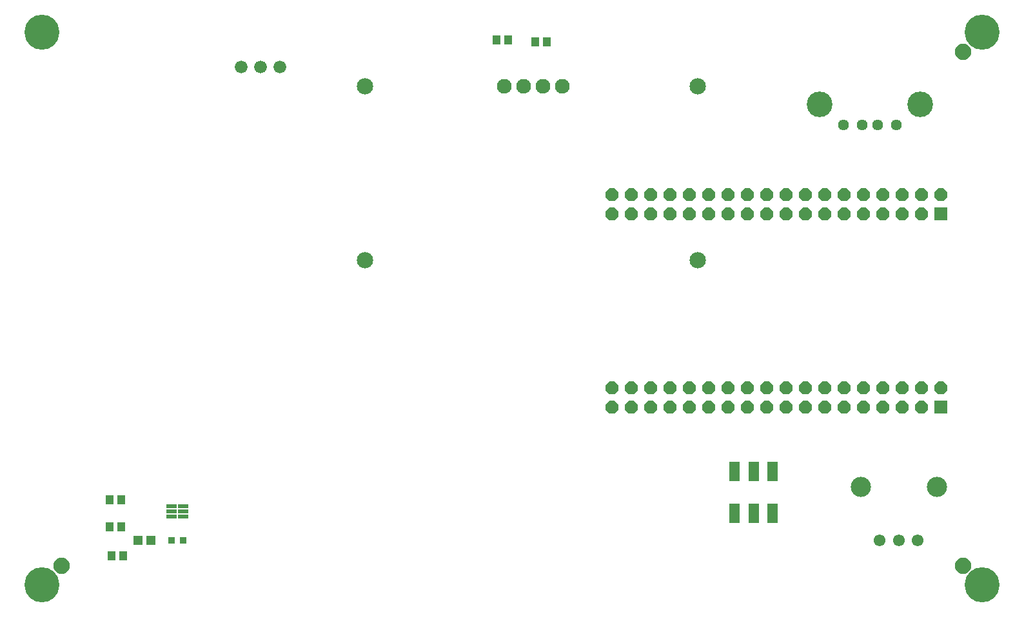
<source format=gbr>
G04 EAGLE Gerber RS-274X export*
G75*
%MOMM*%
%FSLAX34Y34*%
%LPD*%
%INSoldermask Top*%
%IPPOS*%
%AMOC8*
5,1,8,0,0,1.08239X$1,22.5*%
G01*
%ADD10C,2.152400*%
%ADD11C,1.930400*%
%ADD12R,1.676400X1.676400*%
%ADD13P,1.814519X8X202.500000*%
%ADD14C,1.676400*%
%ADD15R,1.452400X0.552400*%
%ADD16R,0.952400X0.952400*%
%ADD17C,1.552400*%
%ADD18C,2.652400*%
%ADD19R,1.102359X1.183641*%
%ADD20R,1.252400X1.152400*%
%ADD21R,1.352400X2.652400*%
%ADD22C,1.440400*%
%ADD23C,3.372400*%
%ADD24C,0.609600*%
%ADD25C,1.168400*%
%ADD26C,4.597400*%


D10*
X505460Y711200D03*
X505460Y482600D03*
X942340Y711200D03*
X942340Y482600D03*
D11*
X688340Y711200D03*
X713740Y711200D03*
X739140Y711200D03*
X764540Y711200D03*
D12*
X1261700Y289300D03*
D13*
X1261700Y314700D03*
X1236300Y289300D03*
X1236300Y314700D03*
X1210900Y289300D03*
X1210900Y314700D03*
X1185500Y289300D03*
X1185500Y314700D03*
X1160100Y289300D03*
X1160100Y314700D03*
X1134700Y289300D03*
X1134700Y314700D03*
X1109300Y289300D03*
X1109300Y314700D03*
X1083900Y289300D03*
X1083900Y314700D03*
X1058500Y289300D03*
X1058500Y314700D03*
X1033100Y289300D03*
X1033100Y314700D03*
X1007700Y289300D03*
X1007700Y314700D03*
X982300Y289300D03*
X982300Y314700D03*
X956900Y289300D03*
X956900Y314700D03*
X931500Y289300D03*
X931500Y314700D03*
X906100Y289300D03*
X906100Y314700D03*
X880700Y289300D03*
X880700Y314700D03*
X855300Y289300D03*
X855300Y314700D03*
X829900Y289300D03*
X829900Y314700D03*
D12*
X1261700Y543300D03*
D13*
X1261700Y568700D03*
X1236300Y543300D03*
X1236300Y568700D03*
X1210900Y543300D03*
X1210900Y568700D03*
X1185500Y543300D03*
X1185500Y568700D03*
X1160100Y543300D03*
X1160100Y568700D03*
X1134700Y543300D03*
X1134700Y568700D03*
X1109300Y543300D03*
X1109300Y568700D03*
X1083900Y543300D03*
X1083900Y568700D03*
X1058500Y543300D03*
X1058500Y568700D03*
X1033100Y543300D03*
X1033100Y568700D03*
X1007700Y543300D03*
X1007700Y568700D03*
X982300Y543300D03*
X982300Y568700D03*
X956900Y543300D03*
X956900Y568700D03*
X931500Y543300D03*
X931500Y568700D03*
X906100Y543300D03*
X906100Y568700D03*
X880700Y543300D03*
X880700Y568700D03*
X855300Y543300D03*
X855300Y568700D03*
X829900Y543300D03*
X829900Y568700D03*
D14*
X342900Y736600D03*
X368300Y736600D03*
X393700Y736600D03*
D15*
X251080Y152400D03*
X267080Y145900D03*
X267080Y158900D03*
X267080Y152400D03*
X251080Y158900D03*
X251080Y145900D03*
D16*
X266580Y114300D03*
X251580Y114300D03*
D17*
X1181500Y114300D03*
X1206500Y114300D03*
X1231500Y114300D03*
D18*
X1156500Y184300D03*
X1256500Y184300D03*
D19*
X185801Y132080D03*
X169799Y132080D03*
X185801Y167640D03*
X169799Y167640D03*
X172339Y93980D03*
X188341Y93980D03*
D20*
X207400Y114300D03*
X224400Y114300D03*
D21*
X991000Y150300D03*
X1016000Y150300D03*
X1041000Y150300D03*
X991000Y205300D03*
X1016000Y205300D03*
X1041000Y205300D03*
D19*
X728599Y769620D03*
X744601Y769620D03*
X677799Y772160D03*
X693801Y772160D03*
D22*
X1203400Y660400D03*
X1133400Y660400D03*
X1158400Y660400D03*
X1178400Y660400D03*
D23*
X1102700Y687500D03*
X1234100Y687500D03*
D24*
X99060Y81280D02*
X99062Y81467D01*
X99069Y81654D01*
X99081Y81841D01*
X99097Y82027D01*
X99117Y82213D01*
X99142Y82398D01*
X99172Y82583D01*
X99206Y82767D01*
X99245Y82950D01*
X99288Y83132D01*
X99336Y83312D01*
X99388Y83492D01*
X99445Y83670D01*
X99505Y83847D01*
X99571Y84022D01*
X99640Y84196D01*
X99714Y84368D01*
X99792Y84538D01*
X99874Y84706D01*
X99960Y84872D01*
X100050Y85036D01*
X100144Y85197D01*
X100242Y85357D01*
X100344Y85513D01*
X100450Y85668D01*
X100560Y85819D01*
X100673Y85968D01*
X100790Y86114D01*
X100910Y86257D01*
X101034Y86397D01*
X101161Y86534D01*
X101292Y86668D01*
X101426Y86799D01*
X101563Y86926D01*
X101703Y87050D01*
X101846Y87170D01*
X101992Y87287D01*
X102141Y87400D01*
X102292Y87510D01*
X102447Y87616D01*
X102603Y87718D01*
X102763Y87816D01*
X102924Y87910D01*
X103088Y88000D01*
X103254Y88086D01*
X103422Y88168D01*
X103592Y88246D01*
X103764Y88320D01*
X103938Y88389D01*
X104113Y88455D01*
X104290Y88515D01*
X104468Y88572D01*
X104648Y88624D01*
X104828Y88672D01*
X105010Y88715D01*
X105193Y88754D01*
X105377Y88788D01*
X105562Y88818D01*
X105747Y88843D01*
X105933Y88863D01*
X106119Y88879D01*
X106306Y88891D01*
X106493Y88898D01*
X106680Y88900D01*
X106867Y88898D01*
X107054Y88891D01*
X107241Y88879D01*
X107427Y88863D01*
X107613Y88843D01*
X107798Y88818D01*
X107983Y88788D01*
X108167Y88754D01*
X108350Y88715D01*
X108532Y88672D01*
X108712Y88624D01*
X108892Y88572D01*
X109070Y88515D01*
X109247Y88455D01*
X109422Y88389D01*
X109596Y88320D01*
X109768Y88246D01*
X109938Y88168D01*
X110106Y88086D01*
X110272Y88000D01*
X110436Y87910D01*
X110597Y87816D01*
X110757Y87718D01*
X110913Y87616D01*
X111068Y87510D01*
X111219Y87400D01*
X111368Y87287D01*
X111514Y87170D01*
X111657Y87050D01*
X111797Y86926D01*
X111934Y86799D01*
X112068Y86668D01*
X112199Y86534D01*
X112326Y86397D01*
X112450Y86257D01*
X112570Y86114D01*
X112687Y85968D01*
X112800Y85819D01*
X112910Y85668D01*
X113016Y85513D01*
X113118Y85357D01*
X113216Y85197D01*
X113310Y85036D01*
X113400Y84872D01*
X113486Y84706D01*
X113568Y84538D01*
X113646Y84368D01*
X113720Y84196D01*
X113789Y84022D01*
X113855Y83847D01*
X113915Y83670D01*
X113972Y83492D01*
X114024Y83312D01*
X114072Y83132D01*
X114115Y82950D01*
X114154Y82767D01*
X114188Y82583D01*
X114218Y82398D01*
X114243Y82213D01*
X114263Y82027D01*
X114279Y81841D01*
X114291Y81654D01*
X114298Y81467D01*
X114300Y81280D01*
X114298Y81093D01*
X114291Y80906D01*
X114279Y80719D01*
X114263Y80533D01*
X114243Y80347D01*
X114218Y80162D01*
X114188Y79977D01*
X114154Y79793D01*
X114115Y79610D01*
X114072Y79428D01*
X114024Y79248D01*
X113972Y79068D01*
X113915Y78890D01*
X113855Y78713D01*
X113789Y78538D01*
X113720Y78364D01*
X113646Y78192D01*
X113568Y78022D01*
X113486Y77854D01*
X113400Y77688D01*
X113310Y77524D01*
X113216Y77363D01*
X113118Y77203D01*
X113016Y77047D01*
X112910Y76892D01*
X112800Y76741D01*
X112687Y76592D01*
X112570Y76446D01*
X112450Y76303D01*
X112326Y76163D01*
X112199Y76026D01*
X112068Y75892D01*
X111934Y75761D01*
X111797Y75634D01*
X111657Y75510D01*
X111514Y75390D01*
X111368Y75273D01*
X111219Y75160D01*
X111068Y75050D01*
X110913Y74944D01*
X110757Y74842D01*
X110597Y74744D01*
X110436Y74650D01*
X110272Y74560D01*
X110106Y74474D01*
X109938Y74392D01*
X109768Y74314D01*
X109596Y74240D01*
X109422Y74171D01*
X109247Y74105D01*
X109070Y74045D01*
X108892Y73988D01*
X108712Y73936D01*
X108532Y73888D01*
X108350Y73845D01*
X108167Y73806D01*
X107983Y73772D01*
X107798Y73742D01*
X107613Y73717D01*
X107427Y73697D01*
X107241Y73681D01*
X107054Y73669D01*
X106867Y73662D01*
X106680Y73660D01*
X106493Y73662D01*
X106306Y73669D01*
X106119Y73681D01*
X105933Y73697D01*
X105747Y73717D01*
X105562Y73742D01*
X105377Y73772D01*
X105193Y73806D01*
X105010Y73845D01*
X104828Y73888D01*
X104648Y73936D01*
X104468Y73988D01*
X104290Y74045D01*
X104113Y74105D01*
X103938Y74171D01*
X103764Y74240D01*
X103592Y74314D01*
X103422Y74392D01*
X103254Y74474D01*
X103088Y74560D01*
X102924Y74650D01*
X102763Y74744D01*
X102603Y74842D01*
X102447Y74944D01*
X102292Y75050D01*
X102141Y75160D01*
X101992Y75273D01*
X101846Y75390D01*
X101703Y75510D01*
X101563Y75634D01*
X101426Y75761D01*
X101292Y75892D01*
X101161Y76026D01*
X101034Y76163D01*
X100910Y76303D01*
X100790Y76446D01*
X100673Y76592D01*
X100560Y76741D01*
X100450Y76892D01*
X100344Y77047D01*
X100242Y77203D01*
X100144Y77363D01*
X100050Y77524D01*
X99960Y77688D01*
X99874Y77854D01*
X99792Y78022D01*
X99714Y78192D01*
X99640Y78364D01*
X99571Y78538D01*
X99505Y78713D01*
X99445Y78890D01*
X99388Y79068D01*
X99336Y79248D01*
X99288Y79428D01*
X99245Y79610D01*
X99206Y79793D01*
X99172Y79977D01*
X99142Y80162D01*
X99117Y80347D01*
X99097Y80533D01*
X99081Y80719D01*
X99069Y80906D01*
X99062Y81093D01*
X99060Y81280D01*
D25*
X106680Y81280D03*
D24*
X1282700Y81280D02*
X1282702Y81467D01*
X1282709Y81654D01*
X1282721Y81841D01*
X1282737Y82027D01*
X1282757Y82213D01*
X1282782Y82398D01*
X1282812Y82583D01*
X1282846Y82767D01*
X1282885Y82950D01*
X1282928Y83132D01*
X1282976Y83312D01*
X1283028Y83492D01*
X1283085Y83670D01*
X1283145Y83847D01*
X1283211Y84022D01*
X1283280Y84196D01*
X1283354Y84368D01*
X1283432Y84538D01*
X1283514Y84706D01*
X1283600Y84872D01*
X1283690Y85036D01*
X1283784Y85197D01*
X1283882Y85357D01*
X1283984Y85513D01*
X1284090Y85668D01*
X1284200Y85819D01*
X1284313Y85968D01*
X1284430Y86114D01*
X1284550Y86257D01*
X1284674Y86397D01*
X1284801Y86534D01*
X1284932Y86668D01*
X1285066Y86799D01*
X1285203Y86926D01*
X1285343Y87050D01*
X1285486Y87170D01*
X1285632Y87287D01*
X1285781Y87400D01*
X1285932Y87510D01*
X1286087Y87616D01*
X1286243Y87718D01*
X1286403Y87816D01*
X1286564Y87910D01*
X1286728Y88000D01*
X1286894Y88086D01*
X1287062Y88168D01*
X1287232Y88246D01*
X1287404Y88320D01*
X1287578Y88389D01*
X1287753Y88455D01*
X1287930Y88515D01*
X1288108Y88572D01*
X1288288Y88624D01*
X1288468Y88672D01*
X1288650Y88715D01*
X1288833Y88754D01*
X1289017Y88788D01*
X1289202Y88818D01*
X1289387Y88843D01*
X1289573Y88863D01*
X1289759Y88879D01*
X1289946Y88891D01*
X1290133Y88898D01*
X1290320Y88900D01*
X1290507Y88898D01*
X1290694Y88891D01*
X1290881Y88879D01*
X1291067Y88863D01*
X1291253Y88843D01*
X1291438Y88818D01*
X1291623Y88788D01*
X1291807Y88754D01*
X1291990Y88715D01*
X1292172Y88672D01*
X1292352Y88624D01*
X1292532Y88572D01*
X1292710Y88515D01*
X1292887Y88455D01*
X1293062Y88389D01*
X1293236Y88320D01*
X1293408Y88246D01*
X1293578Y88168D01*
X1293746Y88086D01*
X1293912Y88000D01*
X1294076Y87910D01*
X1294237Y87816D01*
X1294397Y87718D01*
X1294553Y87616D01*
X1294708Y87510D01*
X1294859Y87400D01*
X1295008Y87287D01*
X1295154Y87170D01*
X1295297Y87050D01*
X1295437Y86926D01*
X1295574Y86799D01*
X1295708Y86668D01*
X1295839Y86534D01*
X1295966Y86397D01*
X1296090Y86257D01*
X1296210Y86114D01*
X1296327Y85968D01*
X1296440Y85819D01*
X1296550Y85668D01*
X1296656Y85513D01*
X1296758Y85357D01*
X1296856Y85197D01*
X1296950Y85036D01*
X1297040Y84872D01*
X1297126Y84706D01*
X1297208Y84538D01*
X1297286Y84368D01*
X1297360Y84196D01*
X1297429Y84022D01*
X1297495Y83847D01*
X1297555Y83670D01*
X1297612Y83492D01*
X1297664Y83312D01*
X1297712Y83132D01*
X1297755Y82950D01*
X1297794Y82767D01*
X1297828Y82583D01*
X1297858Y82398D01*
X1297883Y82213D01*
X1297903Y82027D01*
X1297919Y81841D01*
X1297931Y81654D01*
X1297938Y81467D01*
X1297940Y81280D01*
X1297938Y81093D01*
X1297931Y80906D01*
X1297919Y80719D01*
X1297903Y80533D01*
X1297883Y80347D01*
X1297858Y80162D01*
X1297828Y79977D01*
X1297794Y79793D01*
X1297755Y79610D01*
X1297712Y79428D01*
X1297664Y79248D01*
X1297612Y79068D01*
X1297555Y78890D01*
X1297495Y78713D01*
X1297429Y78538D01*
X1297360Y78364D01*
X1297286Y78192D01*
X1297208Y78022D01*
X1297126Y77854D01*
X1297040Y77688D01*
X1296950Y77524D01*
X1296856Y77363D01*
X1296758Y77203D01*
X1296656Y77047D01*
X1296550Y76892D01*
X1296440Y76741D01*
X1296327Y76592D01*
X1296210Y76446D01*
X1296090Y76303D01*
X1295966Y76163D01*
X1295839Y76026D01*
X1295708Y75892D01*
X1295574Y75761D01*
X1295437Y75634D01*
X1295297Y75510D01*
X1295154Y75390D01*
X1295008Y75273D01*
X1294859Y75160D01*
X1294708Y75050D01*
X1294553Y74944D01*
X1294397Y74842D01*
X1294237Y74744D01*
X1294076Y74650D01*
X1293912Y74560D01*
X1293746Y74474D01*
X1293578Y74392D01*
X1293408Y74314D01*
X1293236Y74240D01*
X1293062Y74171D01*
X1292887Y74105D01*
X1292710Y74045D01*
X1292532Y73988D01*
X1292352Y73936D01*
X1292172Y73888D01*
X1291990Y73845D01*
X1291807Y73806D01*
X1291623Y73772D01*
X1291438Y73742D01*
X1291253Y73717D01*
X1291067Y73697D01*
X1290881Y73681D01*
X1290694Y73669D01*
X1290507Y73662D01*
X1290320Y73660D01*
X1290133Y73662D01*
X1289946Y73669D01*
X1289759Y73681D01*
X1289573Y73697D01*
X1289387Y73717D01*
X1289202Y73742D01*
X1289017Y73772D01*
X1288833Y73806D01*
X1288650Y73845D01*
X1288468Y73888D01*
X1288288Y73936D01*
X1288108Y73988D01*
X1287930Y74045D01*
X1287753Y74105D01*
X1287578Y74171D01*
X1287404Y74240D01*
X1287232Y74314D01*
X1287062Y74392D01*
X1286894Y74474D01*
X1286728Y74560D01*
X1286564Y74650D01*
X1286403Y74744D01*
X1286243Y74842D01*
X1286087Y74944D01*
X1285932Y75050D01*
X1285781Y75160D01*
X1285632Y75273D01*
X1285486Y75390D01*
X1285343Y75510D01*
X1285203Y75634D01*
X1285066Y75761D01*
X1284932Y75892D01*
X1284801Y76026D01*
X1284674Y76163D01*
X1284550Y76303D01*
X1284430Y76446D01*
X1284313Y76592D01*
X1284200Y76741D01*
X1284090Y76892D01*
X1283984Y77047D01*
X1283882Y77203D01*
X1283784Y77363D01*
X1283690Y77524D01*
X1283600Y77688D01*
X1283514Y77854D01*
X1283432Y78022D01*
X1283354Y78192D01*
X1283280Y78364D01*
X1283211Y78538D01*
X1283145Y78713D01*
X1283085Y78890D01*
X1283028Y79068D01*
X1282976Y79248D01*
X1282928Y79428D01*
X1282885Y79610D01*
X1282846Y79793D01*
X1282812Y79977D01*
X1282782Y80162D01*
X1282757Y80347D01*
X1282737Y80533D01*
X1282721Y80719D01*
X1282709Y80906D01*
X1282702Y81093D01*
X1282700Y81280D01*
D25*
X1290320Y81280D03*
D24*
X1282700Y756920D02*
X1282702Y757107D01*
X1282709Y757294D01*
X1282721Y757481D01*
X1282737Y757667D01*
X1282757Y757853D01*
X1282782Y758038D01*
X1282812Y758223D01*
X1282846Y758407D01*
X1282885Y758590D01*
X1282928Y758772D01*
X1282976Y758952D01*
X1283028Y759132D01*
X1283085Y759310D01*
X1283145Y759487D01*
X1283211Y759662D01*
X1283280Y759836D01*
X1283354Y760008D01*
X1283432Y760178D01*
X1283514Y760346D01*
X1283600Y760512D01*
X1283690Y760676D01*
X1283784Y760837D01*
X1283882Y760997D01*
X1283984Y761153D01*
X1284090Y761308D01*
X1284200Y761459D01*
X1284313Y761608D01*
X1284430Y761754D01*
X1284550Y761897D01*
X1284674Y762037D01*
X1284801Y762174D01*
X1284932Y762308D01*
X1285066Y762439D01*
X1285203Y762566D01*
X1285343Y762690D01*
X1285486Y762810D01*
X1285632Y762927D01*
X1285781Y763040D01*
X1285932Y763150D01*
X1286087Y763256D01*
X1286243Y763358D01*
X1286403Y763456D01*
X1286564Y763550D01*
X1286728Y763640D01*
X1286894Y763726D01*
X1287062Y763808D01*
X1287232Y763886D01*
X1287404Y763960D01*
X1287578Y764029D01*
X1287753Y764095D01*
X1287930Y764155D01*
X1288108Y764212D01*
X1288288Y764264D01*
X1288468Y764312D01*
X1288650Y764355D01*
X1288833Y764394D01*
X1289017Y764428D01*
X1289202Y764458D01*
X1289387Y764483D01*
X1289573Y764503D01*
X1289759Y764519D01*
X1289946Y764531D01*
X1290133Y764538D01*
X1290320Y764540D01*
X1290507Y764538D01*
X1290694Y764531D01*
X1290881Y764519D01*
X1291067Y764503D01*
X1291253Y764483D01*
X1291438Y764458D01*
X1291623Y764428D01*
X1291807Y764394D01*
X1291990Y764355D01*
X1292172Y764312D01*
X1292352Y764264D01*
X1292532Y764212D01*
X1292710Y764155D01*
X1292887Y764095D01*
X1293062Y764029D01*
X1293236Y763960D01*
X1293408Y763886D01*
X1293578Y763808D01*
X1293746Y763726D01*
X1293912Y763640D01*
X1294076Y763550D01*
X1294237Y763456D01*
X1294397Y763358D01*
X1294553Y763256D01*
X1294708Y763150D01*
X1294859Y763040D01*
X1295008Y762927D01*
X1295154Y762810D01*
X1295297Y762690D01*
X1295437Y762566D01*
X1295574Y762439D01*
X1295708Y762308D01*
X1295839Y762174D01*
X1295966Y762037D01*
X1296090Y761897D01*
X1296210Y761754D01*
X1296327Y761608D01*
X1296440Y761459D01*
X1296550Y761308D01*
X1296656Y761153D01*
X1296758Y760997D01*
X1296856Y760837D01*
X1296950Y760676D01*
X1297040Y760512D01*
X1297126Y760346D01*
X1297208Y760178D01*
X1297286Y760008D01*
X1297360Y759836D01*
X1297429Y759662D01*
X1297495Y759487D01*
X1297555Y759310D01*
X1297612Y759132D01*
X1297664Y758952D01*
X1297712Y758772D01*
X1297755Y758590D01*
X1297794Y758407D01*
X1297828Y758223D01*
X1297858Y758038D01*
X1297883Y757853D01*
X1297903Y757667D01*
X1297919Y757481D01*
X1297931Y757294D01*
X1297938Y757107D01*
X1297940Y756920D01*
X1297938Y756733D01*
X1297931Y756546D01*
X1297919Y756359D01*
X1297903Y756173D01*
X1297883Y755987D01*
X1297858Y755802D01*
X1297828Y755617D01*
X1297794Y755433D01*
X1297755Y755250D01*
X1297712Y755068D01*
X1297664Y754888D01*
X1297612Y754708D01*
X1297555Y754530D01*
X1297495Y754353D01*
X1297429Y754178D01*
X1297360Y754004D01*
X1297286Y753832D01*
X1297208Y753662D01*
X1297126Y753494D01*
X1297040Y753328D01*
X1296950Y753164D01*
X1296856Y753003D01*
X1296758Y752843D01*
X1296656Y752687D01*
X1296550Y752532D01*
X1296440Y752381D01*
X1296327Y752232D01*
X1296210Y752086D01*
X1296090Y751943D01*
X1295966Y751803D01*
X1295839Y751666D01*
X1295708Y751532D01*
X1295574Y751401D01*
X1295437Y751274D01*
X1295297Y751150D01*
X1295154Y751030D01*
X1295008Y750913D01*
X1294859Y750800D01*
X1294708Y750690D01*
X1294553Y750584D01*
X1294397Y750482D01*
X1294237Y750384D01*
X1294076Y750290D01*
X1293912Y750200D01*
X1293746Y750114D01*
X1293578Y750032D01*
X1293408Y749954D01*
X1293236Y749880D01*
X1293062Y749811D01*
X1292887Y749745D01*
X1292710Y749685D01*
X1292532Y749628D01*
X1292352Y749576D01*
X1292172Y749528D01*
X1291990Y749485D01*
X1291807Y749446D01*
X1291623Y749412D01*
X1291438Y749382D01*
X1291253Y749357D01*
X1291067Y749337D01*
X1290881Y749321D01*
X1290694Y749309D01*
X1290507Y749302D01*
X1290320Y749300D01*
X1290133Y749302D01*
X1289946Y749309D01*
X1289759Y749321D01*
X1289573Y749337D01*
X1289387Y749357D01*
X1289202Y749382D01*
X1289017Y749412D01*
X1288833Y749446D01*
X1288650Y749485D01*
X1288468Y749528D01*
X1288288Y749576D01*
X1288108Y749628D01*
X1287930Y749685D01*
X1287753Y749745D01*
X1287578Y749811D01*
X1287404Y749880D01*
X1287232Y749954D01*
X1287062Y750032D01*
X1286894Y750114D01*
X1286728Y750200D01*
X1286564Y750290D01*
X1286403Y750384D01*
X1286243Y750482D01*
X1286087Y750584D01*
X1285932Y750690D01*
X1285781Y750800D01*
X1285632Y750913D01*
X1285486Y751030D01*
X1285343Y751150D01*
X1285203Y751274D01*
X1285066Y751401D01*
X1284932Y751532D01*
X1284801Y751666D01*
X1284674Y751803D01*
X1284550Y751943D01*
X1284430Y752086D01*
X1284313Y752232D01*
X1284200Y752381D01*
X1284090Y752532D01*
X1283984Y752687D01*
X1283882Y752843D01*
X1283784Y753003D01*
X1283690Y753164D01*
X1283600Y753328D01*
X1283514Y753494D01*
X1283432Y753662D01*
X1283354Y753832D01*
X1283280Y754004D01*
X1283211Y754178D01*
X1283145Y754353D01*
X1283085Y754530D01*
X1283028Y754708D01*
X1282976Y754888D01*
X1282928Y755068D01*
X1282885Y755250D01*
X1282846Y755433D01*
X1282812Y755617D01*
X1282782Y755802D01*
X1282757Y755987D01*
X1282737Y756173D01*
X1282721Y756359D01*
X1282709Y756546D01*
X1282702Y756733D01*
X1282700Y756920D01*
D25*
X1290320Y756920D03*
D26*
X81280Y55880D03*
X1315720Y55880D03*
X81280Y782320D03*
X1315720Y782320D03*
M02*

</source>
